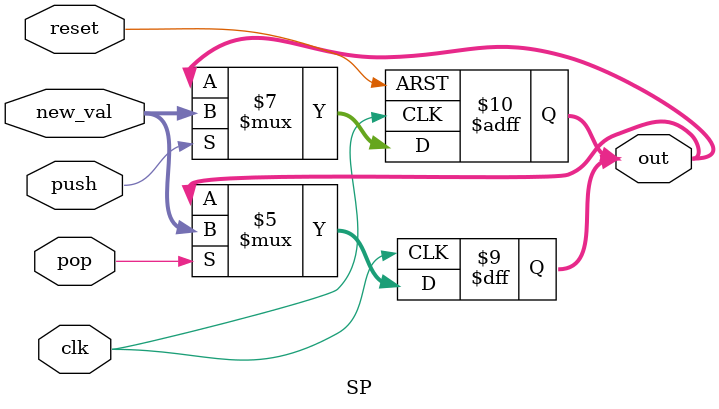
<source format=v>
module SP(
    input wire pop,
    input wire push,
    input wire reset,
    input wire [15:0] new_val,
    input wire clk,
    output reg [15:0] out
);
    always @(posedge reset, posedge clk) begin 
        #4;
        if(reset)           out <= 16'hFFFF;
        else if(push == 1)  out <= new_val;
    end

    always @(negedge clk) begin
        if (pop == 1) out <= new_val;
    end

endmodule

</source>
